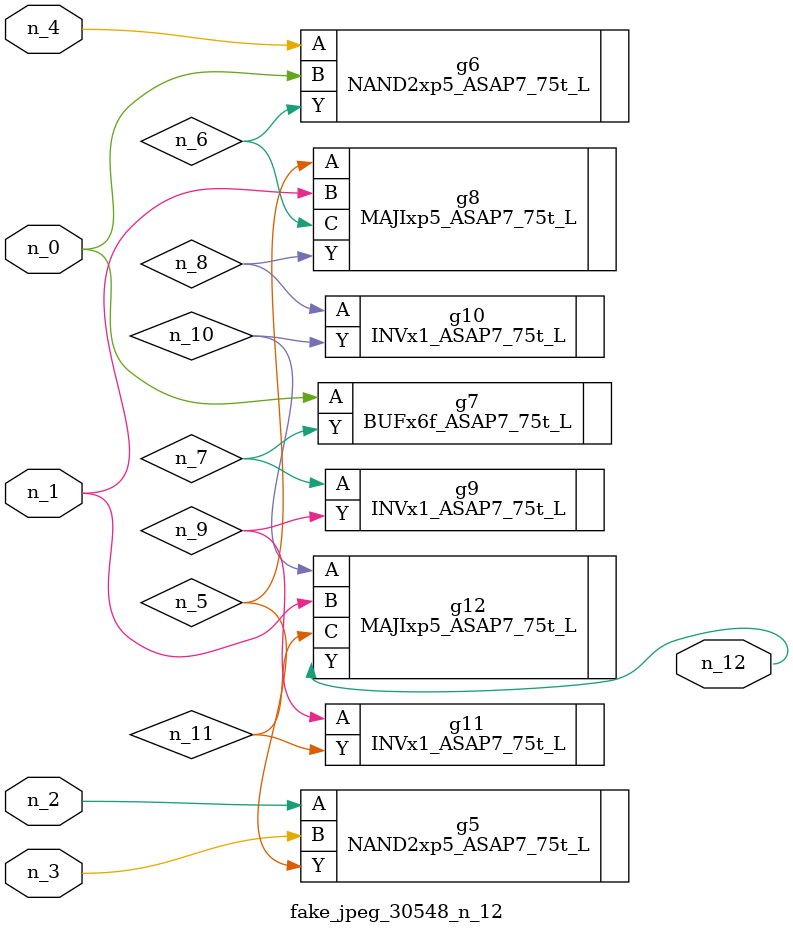
<source format=v>
module fake_jpeg_30548_n_12 (n_3, n_2, n_1, n_0, n_4, n_12);

input n_3;
input n_2;
input n_1;
input n_0;
input n_4;

output n_12;

wire n_11;
wire n_10;
wire n_8;
wire n_9;
wire n_6;
wire n_5;
wire n_7;

NAND2xp5_ASAP7_75t_L g5 ( 
.A(n_2),
.B(n_3),
.Y(n_5)
);

NAND2xp5_ASAP7_75t_L g6 ( 
.A(n_4),
.B(n_0),
.Y(n_6)
);

BUFx6f_ASAP7_75t_L g7 ( 
.A(n_0),
.Y(n_7)
);

MAJIxp5_ASAP7_75t_L g8 ( 
.A(n_5),
.B(n_1),
.C(n_6),
.Y(n_8)
);

INVx1_ASAP7_75t_L g10 ( 
.A(n_8),
.Y(n_10)
);

INVx1_ASAP7_75t_L g9 ( 
.A(n_7),
.Y(n_9)
);

INVx1_ASAP7_75t_L g11 ( 
.A(n_9),
.Y(n_11)
);

MAJIxp5_ASAP7_75t_L g12 ( 
.A(n_10),
.B(n_1),
.C(n_11),
.Y(n_12)
);


endmodule
</source>
